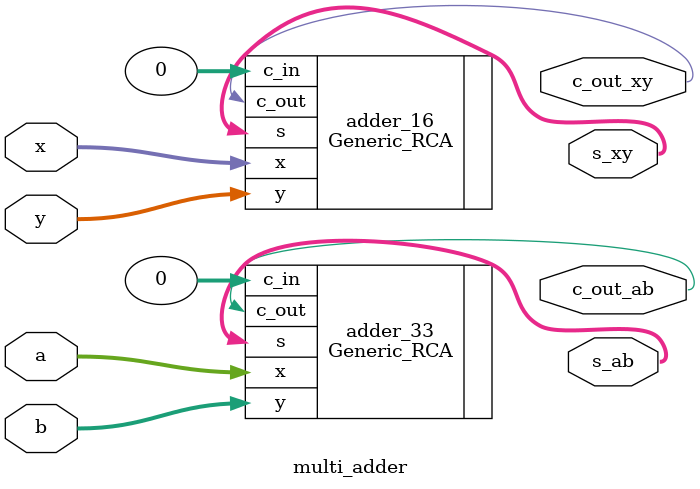
<source format=v>
`timescale 1ns / 1ps


module multi_adder(
    input [15:0] x, y,
    output [15:0] s_xy,
    output c_out_xy,
    
    input [33:0] a, b,
    output [33:0] s_ab,
    output c_out_ab
    );
    
    Generic_RCA #(.n(16)) adder_16 (
        .x(x),
        .y(y),
        .s(s_xy),
        .c_in(0),
        .c_out(c_out_xy)
    );
    
    Generic_RCA #(.n(34))adder_33 (
        .x(a),
        .y(b),
        .s(s_ab),
        .c_in(0),
        .c_out(c_out_ab)
    );
    
endmodule

</source>
